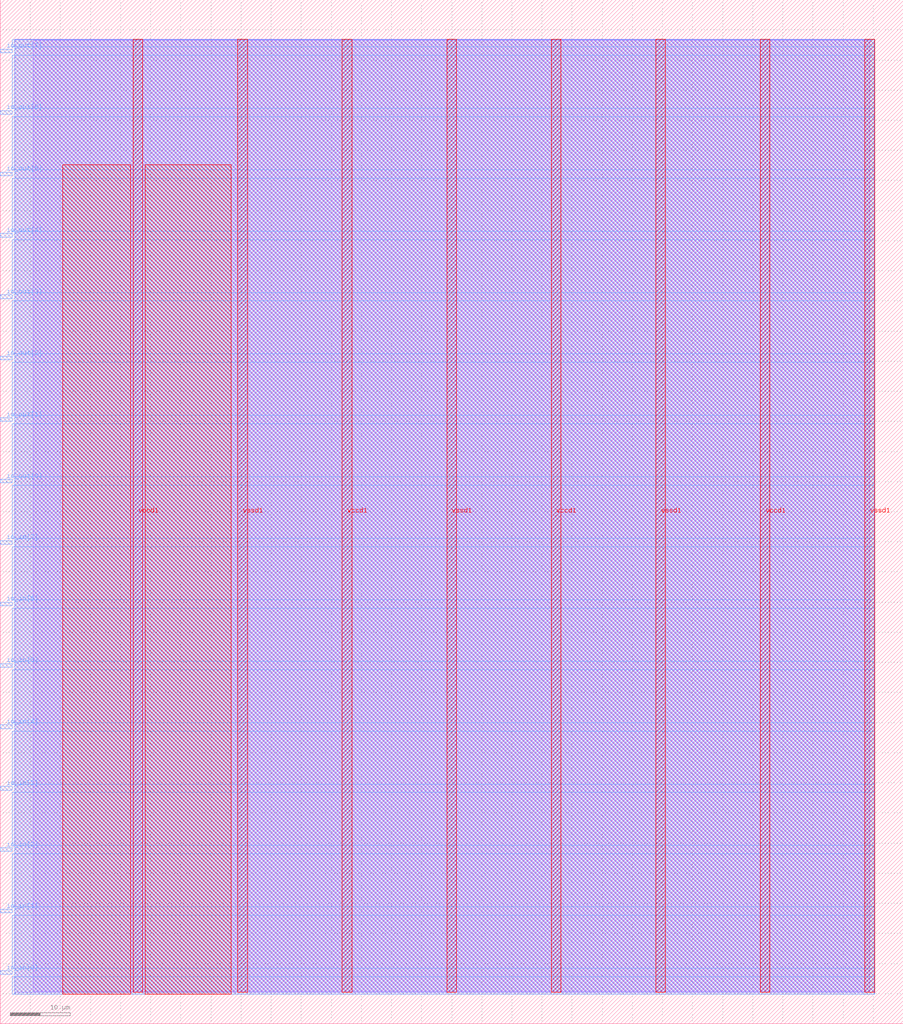
<source format=lef>
VERSION 5.7 ;
  NOWIREEXTENSIONATPIN ON ;
  DIVIDERCHAR "/" ;
  BUSBITCHARS "[]" ;
MACRO cchan_fp8_multiplier
  CLASS BLOCK ;
  FOREIGN cchan_fp8_multiplier ;
  ORIGIN 0.000 0.000 ;
  SIZE 150.000 BY 170.000 ;
  PIN io_in[0]
    DIRECTION INPUT ;
    USE SIGNAL ;
    PORT
      LAYER met3 ;
        RECT 0.000 8.200 2.000 8.800 ;
    END
  END io_in[0]
  PIN io_in[1]
    DIRECTION INPUT ;
    USE SIGNAL ;
    PORT
      LAYER met3 ;
        RECT 0.000 18.400 2.000 19.000 ;
    END
  END io_in[1]
  PIN io_in[2]
    DIRECTION INPUT ;
    USE SIGNAL ;
    PORT
      LAYER met3 ;
        RECT 0.000 28.600 2.000 29.200 ;
    END
  END io_in[2]
  PIN io_in[3]
    DIRECTION INPUT ;
    USE SIGNAL ;
    PORT
      LAYER met3 ;
        RECT 0.000 38.800 2.000 39.400 ;
    END
  END io_in[3]
  PIN io_in[4]
    DIRECTION INPUT ;
    USE SIGNAL ;
    PORT
      LAYER met3 ;
        RECT 0.000 49.000 2.000 49.600 ;
    END
  END io_in[4]
  PIN io_in[5]
    DIRECTION INPUT ;
    USE SIGNAL ;
    PORT
      LAYER met3 ;
        RECT 0.000 59.200 2.000 59.800 ;
    END
  END io_in[5]
  PIN io_in[6]
    DIRECTION INPUT ;
    USE SIGNAL ;
    PORT
      LAYER met3 ;
        RECT 0.000 69.400 2.000 70.000 ;
    END
  END io_in[6]
  PIN io_in[7]
    DIRECTION INPUT ;
    USE SIGNAL ;
    PORT
      LAYER met3 ;
        RECT 0.000 79.600 2.000 80.200 ;
    END
  END io_in[7]
  PIN io_out[0]
    DIRECTION OUTPUT TRISTATE ;
    USE SIGNAL ;
    PORT
      LAYER met3 ;
        RECT 0.000 89.800 2.000 90.400 ;
    END
  END io_out[0]
  PIN io_out[1]
    DIRECTION OUTPUT TRISTATE ;
    USE SIGNAL ;
    PORT
      LAYER met3 ;
        RECT 0.000 100.000 2.000 100.600 ;
    END
  END io_out[1]
  PIN io_out[2]
    DIRECTION OUTPUT TRISTATE ;
    USE SIGNAL ;
    PORT
      LAYER met3 ;
        RECT 0.000 110.200 2.000 110.800 ;
    END
  END io_out[2]
  PIN io_out[3]
    DIRECTION OUTPUT TRISTATE ;
    USE SIGNAL ;
    PORT
      LAYER met3 ;
        RECT 0.000 120.400 2.000 121.000 ;
    END
  END io_out[3]
  PIN io_out[4]
    DIRECTION OUTPUT TRISTATE ;
    USE SIGNAL ;
    PORT
      LAYER met3 ;
        RECT 0.000 130.600 2.000 131.200 ;
    END
  END io_out[4]
  PIN io_out[5]
    DIRECTION OUTPUT TRISTATE ;
    USE SIGNAL ;
    PORT
      LAYER met3 ;
        RECT 0.000 140.800 2.000 141.400 ;
    END
  END io_out[5]
  PIN io_out[6]
    DIRECTION OUTPUT TRISTATE ;
    USE SIGNAL ;
    PORT
      LAYER met3 ;
        RECT 0.000 151.000 2.000 151.600 ;
    END
  END io_out[6]
  PIN io_out[7]
    DIRECTION OUTPUT TRISTATE ;
    USE SIGNAL ;
    PORT
      LAYER met3 ;
        RECT 0.000 161.200 2.000 161.800 ;
    END
  END io_out[7]
  PIN vccd1
    DIRECTION INOUT ;
    USE POWER ;
    PORT
      LAYER met4 ;
        RECT 22.085 5.200 23.685 163.440 ;
    END
    PORT
      LAYER met4 ;
        RECT 56.815 5.200 58.415 163.440 ;
    END
    PORT
      LAYER met4 ;
        RECT 91.545 5.200 93.145 163.440 ;
    END
    PORT
      LAYER met4 ;
        RECT 126.275 5.200 127.875 163.440 ;
    END
  END vccd1
  PIN vssd1
    DIRECTION INOUT ;
    USE GROUND ;
    PORT
      LAYER met4 ;
        RECT 39.450 5.200 41.050 163.440 ;
    END
    PORT
      LAYER met4 ;
        RECT 74.180 5.200 75.780 163.440 ;
    END
    PORT
      LAYER met4 ;
        RECT 108.910 5.200 110.510 163.440 ;
    END
    PORT
      LAYER met4 ;
        RECT 143.640 5.200 145.240 163.440 ;
    END
  END vssd1
  OBS
      LAYER li1 ;
        RECT 5.520 5.355 144.440 163.285 ;
      LAYER met1 ;
        RECT 2.370 5.200 145.240 163.440 ;
      LAYER met2 ;
        RECT 2.390 4.915 145.210 163.385 ;
      LAYER met3 ;
        RECT 2.000 162.200 145.230 163.365 ;
        RECT 2.400 160.800 145.230 162.200 ;
        RECT 2.000 152.000 145.230 160.800 ;
        RECT 2.400 150.600 145.230 152.000 ;
        RECT 2.000 141.800 145.230 150.600 ;
        RECT 2.400 140.400 145.230 141.800 ;
        RECT 2.000 131.600 145.230 140.400 ;
        RECT 2.400 130.200 145.230 131.600 ;
        RECT 2.000 121.400 145.230 130.200 ;
        RECT 2.400 120.000 145.230 121.400 ;
        RECT 2.000 111.200 145.230 120.000 ;
        RECT 2.400 109.800 145.230 111.200 ;
        RECT 2.000 101.000 145.230 109.800 ;
        RECT 2.400 99.600 145.230 101.000 ;
        RECT 2.000 90.800 145.230 99.600 ;
        RECT 2.400 89.400 145.230 90.800 ;
        RECT 2.000 80.600 145.230 89.400 ;
        RECT 2.400 79.200 145.230 80.600 ;
        RECT 2.000 70.400 145.230 79.200 ;
        RECT 2.400 69.000 145.230 70.400 ;
        RECT 2.000 60.200 145.230 69.000 ;
        RECT 2.400 58.800 145.230 60.200 ;
        RECT 2.000 50.000 145.230 58.800 ;
        RECT 2.400 48.600 145.230 50.000 ;
        RECT 2.000 39.800 145.230 48.600 ;
        RECT 2.400 38.400 145.230 39.800 ;
        RECT 2.000 29.600 145.230 38.400 ;
        RECT 2.400 28.200 145.230 29.600 ;
        RECT 2.000 19.400 145.230 28.200 ;
        RECT 2.400 18.000 145.230 19.400 ;
        RECT 2.000 9.200 145.230 18.000 ;
        RECT 2.400 7.800 145.230 9.200 ;
        RECT 2.000 4.935 145.230 7.800 ;
      LAYER met4 ;
        RECT 10.415 4.935 21.685 142.625 ;
        RECT 24.085 4.935 38.345 142.625 ;
  END
END cchan_fp8_multiplier
END LIBRARY


</source>
